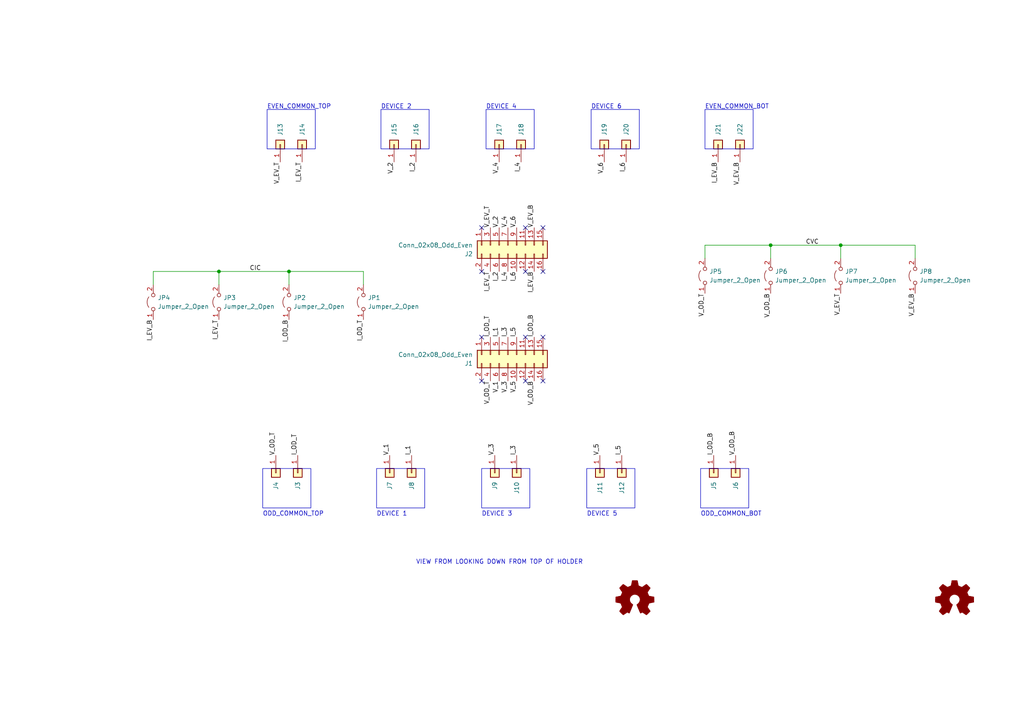
<source format=kicad_sch>
(kicad_sch (version 20230121) (generator eeschema)
  (paper "A4")
  (lib_symbols
    (symbol "Connector_Generic:Conn_01x01" (pin_names (offset 1.016) hide)
      (property "Reference" "J" (at 0 2.54 0))
      (property "Value" "Conn_01x01" (at 0 -2.54 0))
      (symbol "Conn_01x01_1_1"
        (rectangle (start -1.27 0.127) (end 0 -0.127) (stroke (width 0.1524)))
        (rectangle (start -1.27 1.27) (end 1.27 -1.27) (stroke (width 0.254)) (fill (type background)))
        (pin passive line (at -5.08 0 0) (length 3.81) (name "Pin_1") (number "1"))
      )
    )
    (symbol "Connector_Generic:Conn_02x08_Odd_Even" (pin_names (offset 1.016) hide)
      (property "Reference" "J" (at 1.27 10.16 0))
      (property "Value" "Conn_02x08_Odd_Even" (at 1.27 -12.7 0))
      (symbol "Conn_02x08_Odd_Even_1_1"
        (rectangle (start -1.27 -10.033) (end 0 -10.287) (stroke (width 0.1524)))
        (rectangle (start -1.27 -7.493) (end 0 -7.747) (stroke (width 0.1524)))
        (rectangle (start -1.27 -4.953) (end 0 -5.207) (stroke (width 0.1524)))
        (rectangle (start -1.27 -2.413) (end 0 -2.667) (stroke (width 0.1524)))
        (rectangle (start -1.27 0.127) (end 0 -0.127) (stroke (width 0.1524)))
        (rectangle (start -1.27 2.667) (end 0 2.413) (stroke (width 0.1524)))
        (rectangle (start -1.27 5.207) (end 0 4.953) (stroke (width 0.1524)))
        (rectangle (start -1.27 7.747) (end 0 7.493) (stroke (width 0.1524)))
        (rectangle (start -1.27 8.89) (end 3.81 -11.43) (stroke (width 0.254)) (fill (type background)))
        (rectangle (start 3.81 -10.033) (end 2.54 -10.287) (stroke (width 0.1524)))
        (rectangle (start 3.81 -7.493) (end 2.54 -7.747) (stroke (width 0.1524)))
        (rectangle (start 3.81 -4.953) (end 2.54 -5.207) (stroke (width 0.1524)))
        (rectangle (start 3.81 -2.413) (end 2.54 -2.667) (stroke (width 0.1524)))
        (rectangle (start 3.81 0.127) (end 2.54 -0.127) (stroke (width 0.1524)))
        (rectangle (start 3.81 2.667) (end 2.54 2.413) (stroke (width 0.1524)))
        (rectangle (start 3.81 5.207) (end 2.54 4.953) (stroke (width 0.1524)))
        (rectangle (start 3.81 7.747) (end 2.54 7.493) (stroke (width 0.1524)))
        (pin passive line (at -5.08 7.62 0) (length 3.81) (name "Pin_1") (number "1"))
        (pin passive line (at 7.62 -2.54 180) (length 3.81) (name "Pin_10") (number "10"))
        (pin passive line (at -5.08 -5.08 0) (length 3.81) (name "Pin_11") (number "11"))
        (pin passive line (at 7.62 -5.08 180) (length 3.81) (name "Pin_12") (number "12"))
        (pin passive line (at -5.08 -7.62 0) (length 3.81) (name "Pin_13") (number "13"))
        (pin passive line (at 7.62 -7.62 180) (length 3.81) (name "Pin_14") (number "14"))
        (pin passive line (at -5.08 -10.16 0) (length 3.81) (name "Pin_15") (number "15"))
        (pin passive line (at 7.62 -10.16 180) (length 3.81) (name "Pin_16") (number "16"))
        (pin passive line (at 7.62 7.62 180) (length 3.81) (name "Pin_2") (number "2"))
        (pin passive line (at -5.08 5.08 0) (length 3.81) (name "Pin_3") (number "3"))
        (pin passive line (at 7.62 5.08 180) (length 3.81) (name "Pin_4") (number "4"))
        (pin passive line (at -5.08 2.54 0) (length 3.81) (name "Pin_5") (number "5"))
        (pin passive line (at 7.62 2.54 180) (length 3.81) (name "Pin_6") (number "6"))
        (pin passive line (at -5.08 0 0) (length 3.81) (name "Pin_7") (number "7"))
        (pin passive line (at 7.62 0 180) (length 3.81) (name "Pin_8") (number "8"))
        (pin passive line (at -5.08 -2.54 0) (length 3.81) (name "Pin_9") (number "9"))
      )
    )
    (symbol "Graphic:Logo_Open_Hardware_Small" (in_bom no) (on_board no)
      (symbol "Logo_Open_Hardware_Small_0_1"
        (polyline (pts (xy 3.3528 -4.3434) (xy 3.302 -4.318) (xy 3.175 -4.2418) (xy 2.9972 -4.1148) (xy 2.7686 -3.9624) (xy 2.54 -3.81) (xy 2.3622 -3.7084) (xy 2.2352 -3.6068) (xy 2.1844 -3.5814) (xy 2.159 -3.6068) (xy 2.0574 -3.6576) (xy 1.905 -3.7338) (xy 1.8034 -3.7846) (xy 1.6764 -3.8354) (xy 1.6002 -3.8354) (xy 1.6002 -3.8354) (xy 1.5494 -3.7338) (xy 1.4732 -3.5306) (xy 1.3462 -3.302) (xy 1.2446 -3.0226) (xy 1.1176 -2.7178) (xy 0.9652 -2.413) (xy 0.8636 -2.1082) (xy 0.7366 -1.8288) (xy 0.6604 -1.6256) (xy 0.6096 -1.4732) (xy 0.5842 -1.397) (xy 0.5842 -1.397) (xy 0.6604 -1.3208) (xy 0.7874 -1.2446) (xy 1.0414 -1.016) (xy 1.2954 -0.6858) (xy 1.4478 -0.3302) (xy 1.524 0.0762) (xy 1.4732 0.4572) (xy 1.3208 0.8128) (xy 1.0668 1.143) (xy 0.762 1.3716) (xy 0.4064 1.524) (xy 0 1.5748) (xy -0.381 1.5494) (xy -0.7366 1.397) (xy -1.0668 1.143) (xy -1.2192 0.9906) (xy -1.397 0.6604) (xy -1.524 0.3048) (xy -1.524 0.2286) (xy -1.4986 -0.1778) (xy -1.397 -0.5334) (xy -1.1938 -0.8636) (xy -0.9144 -1.143) (xy -0.8636 -1.1684) (xy -0.7366 -1.27) (xy -0.635 -1.3462) (xy -0.5842 -1.397) (xy -1.0668 -2.5908) (xy -1.143 -2.794) (xy -1.2954 -3.1242) (xy -1.397 -3.4036) (xy -1.4986 -3.6322) (xy -1.5748 -3.7846) (xy -1.6002 -3.8354) (xy -1.6002 -3.8354) (xy -1.651 -3.8354) (xy -1.7272 -3.81) (xy -1.905 -3.7338) (xy -2.0066 -3.683) (xy -2.1336 -3.6068) (xy -2.2098 -3.5814) (xy -2.2606 -3.6068) (xy -2.3622 -3.683) (xy -2.54 -3.81) (xy -2.7686 -3.9624) (xy -2.9718 -4.0894) (xy -3.1496 -4.2164) (xy -3.302 -4.318) (xy -3.3528 -4.3434) (xy -3.3782 -4.3434) (xy -3.429 -4.318) (xy -3.5306 -4.2164) (xy -3.7084 -4.064) (xy -3.937 -3.8354) (xy -3.9624 -3.81) (xy -4.1656 -3.6068) (xy -4.318 -3.4544) (xy -4.4196 -3.3274) (xy -4.445 -3.2766) (xy -4.445 -3.2766) (xy -4.4196 -3.2258) (xy -4.318 -3.0734) (xy -4.2164 -2.8956) (xy -4.064 -2.667) (xy -3.6576 -2.0828) (xy -3.8862 -1.5494) (xy -3.937 -1.3716) (xy -4.0386 -1.1684) (xy -4.0894 -1.0414) (xy -4.1148 -0.9652) (xy -4.191 -0.9398) (xy -4.318 -0.9144) (xy -4.5466 -0.8636) (xy -4.8006 -0.8128) (xy -5.0546 -0.7874) (xy -5.2578 -0.7366) (xy -5.4356 -0.7112) (xy -5.5118 -0.6858) (xy -5.5118 -0.6858) (xy -5.5372 -0.635) (xy -5.5372 -0.5588) (xy -5.5372 -0.4318) (xy -5.5626 -0.2286) (xy -5.5626 0.0762) (xy -5.5626 0.127) (xy -5.5372 0.4064) (xy -5.5372 0.635) (xy -5.5372 0.762) (xy -5.5372 0.8382) (xy -5.5372 0.8382) (xy -5.461 0.8382) (xy -5.3086 0.889) (xy -5.08 0.9144) (xy -4.826 0.9652) (xy -4.8006 0.9906) (xy -4.5466 1.0414) (xy -4.318 1.0668) (xy -4.1656 1.1176) (xy -4.0894 1.143) (xy -4.0894 1.143) (xy -4.0386 1.2446) (xy -3.9624 1.4224) (xy -3.8608 1.6256) (xy -3.7846 1.8288) (xy -3.7084 2.0066) (xy -3.6576 2.159) (xy -3.6322 2.2098) (xy -3.6322 2.2098) (xy -3.683 2.286) (xy -3.7592 2.413) (xy -3.8862 2.5908) (xy -4.064 2.8194) (xy -4.064 2.8448) (xy -4.2164 3.0734) (xy -4.3434 3.2512) (xy -4.4196 3.3782) (xy -4.445 3.4544) (xy -4.445 3.4544) (xy -4.3942 3.5052) (xy -4.2926 3.6322) (xy -4.1148 3.81) (xy -3.937 4.0132) (xy -3.8608 4.064) (xy -3.6576 4.2926) (xy -3.5052 4.4196) (xy -3.4036 4.4958) (xy -3.3528 4.5212) (xy -3.3528 4.5212) (xy -3.302 4.4704) (xy -3.1496 4.3688) (xy -2.9718 4.2418) (xy -2.7432 4.0894) (xy -2.7178 4.0894) (xy -2.4892 3.937) (xy -2.3114 3.81) (xy -2.1844 3.7084) (xy -2.1336 3.683) (xy -2.1082 3.683) (xy -2.032 3.7084) (xy -1.8542 3.7592) (xy -1.6764 3.8354) (xy -1.4732 3.937) (xy -1.27 4.0132) (xy -1.143 4.064) (xy -1.0668 4.1148) (xy -1.0668 4.1148) (xy -1.0414 4.191) (xy -1.016 4.3434) (xy -0.9652 4.572) (xy -0.9144 4.8514) (xy -0.889 4.9022) (xy -0.8382 5.1562) (xy -0.8128 5.3848) (xy -0.7874 5.5372) (xy -0.762 5.588) (xy -0.7112 5.6134) (xy -0.5842 5.6134) (xy -0.4064 5.6134) (xy -0.1524 5.6134) (xy 0.0762 5.6134) (xy 0.3302 5.6134) (xy 0.5334 5.6134) (xy 0.6858 5.588) (xy 0.7366 5.588) (xy 0.7366 5.588) (xy 0.762 5.5118) (xy 0.8128 5.334) (xy 0.8382 5.1054) (xy 0.9144 4.826) (xy 0.9144 4.7752) (xy 0.9652 4.5212) (xy 1.016 4.2926) (xy 1.0414 4.1402) (xy 1.0668 4.0894) (xy 1.0668 4.0894) (xy 1.1938 4.0386) (xy 1.3716 3.9624) (xy 1.5748 3.8608) (xy 2.0828 3.6576) (xy 2.7178 4.0894) (xy 2.7686 4.1402) (xy 2.9972 4.2926) (xy 3.175 4.4196) (xy 3.302 4.4958) (xy 3.3782 4.5212) (xy 3.3782 4.5212) (xy 3.429 4.4704) (xy 3.556 4.3434) (xy 3.7338 4.191) (xy 3.9116 3.9878) (xy 4.064 3.8354) (xy 4.2418 3.6576) (xy 4.3434 3.556) (xy 4.4196 3.4798) (xy 4.4196 3.429) (xy 4.4196 3.4036) (xy 4.3942 3.3274) (xy 4.2926 3.2004) (xy 4.1656 2.9972) (xy 4.0132 2.794) (xy 3.8862 2.5908) (xy 3.7592 2.3876) (xy 3.6576 2.2352) (xy 3.6322 2.159) (xy 3.6322 2.1336) (xy 3.683 2.0066) (xy 3.7592 1.8288) (xy 3.8608 1.6002) (xy 4.064 1.1176) (xy 4.3942 1.0414) (xy 4.5974 1.016) (xy 4.8768 0.9652) (xy 5.1308 0.9144) (xy 5.5372 0.8382) (xy 5.5626 -0.6604) (xy 5.4864 -0.6858) (xy 5.4356 -0.6858) (xy 5.2832 -0.7366) (xy 5.0546 -0.762) (xy 4.8006 -0.8128) (xy 4.5974 -0.8636) (xy 4.3688 -0.9144) (xy 4.2164 -0.9398) (xy 4.1402 -0.9398) (xy 4.1148 -0.9652) (xy 4.064 -1.0668) (xy 3.9878 -1.2446) (xy 3.9116 -1.4478) (xy 3.81 -1.651) (xy 3.7338 -1.8542) (xy 3.683 -2.0066) (xy 3.6576 -2.0828) (xy 3.683 -2.1336) (xy 3.7846 -2.2606) (xy 3.8862 -2.4638) (xy 4.0386 -2.667) (xy 4.191 -2.8956) (xy 4.318 -3.0734) (xy 4.3942 -3.2004) (xy 4.445 -3.2766) (xy 4.4196 -3.3274) (xy 4.3434 -3.429) (xy 4.1656 -3.5814) (xy 3.937 -3.8354) (xy 3.8862 -3.8608) (xy 3.683 -4.064) (xy 3.5306 -4.2164) (xy 3.4036 -4.318) (xy 3.3528 -4.3434)) (fill (type outline)))
      )
    )
    (symbol "Jumper:Jumper_2_Open" (pin_names (offset 0) hide)
      (property "Reference" "JP" (at 0 2.794 0))
      (property "Value" "Jumper_2_Open" (at 0 -2.286 0))
      (symbol "Jumper_2_Open_0_0"
        (circle (center -2.032 0) (radius 0.508))
        (circle (center 2.032 0) (radius 0.508))
      )
      (symbol "Jumper_2_Open_0_1"
        (arc (start 1.524 1.27) (mid 0 1.778) (end -1.524 1.27))
      )
      (symbol "Jumper_2_Open_1_1"
        (pin passive line (at -5.08 0 0) (length 2.54) (name "A") (number "1"))
        (pin passive line (at 5.08 0 180) (length 2.54) (name "B") (number "2"))
      )
    )
  )
  (junction (at 63.5 78.74))
  (junction (at 83.82 78.74))
  (junction (at 223.52 71.12))
  (junction (at 243.84 71.12))
  (no_connect (at 157.48 110.49))
  (no_connect (at 139.7 110.49))
  (no_connect (at 139.7 66.04))
  (no_connect (at 152.4 78.74))
  (no_connect (at 139.7 78.74))
  (no_connect (at 157.48 97.79))
  (no_connect (at 157.48 66.04))
  (no_connect (at 152.4 66.04))
  (no_connect (at 152.4 110.49))
  (no_connect (at 157.48 78.74))
  (no_connect (at 139.7 97.79))
  (no_connect (at 152.4 97.79))
  (wire (pts (xy 44.45 78.74) (xy 63.5 78.74)))
  (wire (pts (xy 204.47 74.93) (xy 204.47 71.12)))
  (wire (pts (xy 63.5 78.74) (xy 83.82 78.74)))
  (wire (pts (xy 63.5 82.55) (xy 63.5 78.74)))
  (wire (pts (xy 83.82 78.74) (xy 83.82 82.55)))
  (wire (pts (xy 265.43 74.93) (xy 265.43 71.12)))
  (wire (pts (xy 223.52 74.93) (xy 223.52 71.12)))
  (wire (pts (xy 44.45 82.55) (xy 44.45 78.74)))
  (wire (pts (xy 265.43 71.12) (xy 243.84 71.12)))
  (wire (pts (xy 105.41 82.55) (xy 105.41 78.74)))
  (wire (pts (xy 204.47 71.12) (xy 223.52 71.12)))
  (wire (pts (xy 223.52 71.12) (xy 243.84 71.12)))
  (wire (pts (xy 105.41 78.74) (xy 83.82 78.74)))
  (wire (pts (xy 243.84 71.12) (xy 243.84 74.93)))
  (rectangle (start 124.46 31.75) (end 110.49 43.18))
  (rectangle (start 76.2 135.89) (end 90.17 147.32))
  (rectangle (start 203.2 135.89) (end 217.17 147.32))
  (rectangle (start 218.44 31.75) (end 204.47 43.18))
  (rectangle (start 154.94 31.75) (end 140.97 43.18))
  (rectangle (start 109.22 135.89) (end 123.19 147.32))
  (rectangle (start 139.7 135.89) (end 153.67 147.32))
  (rectangle (start 185.42 31.75) (end 171.45 43.18))
  (rectangle (start 91.44 31.75) (end 77.47 43.18))
  (rectangle (start 170.18 135.89) (end 184.15 147.32))
  (text "ODD_COMMON_TOP" (at 76.2 149.86 0) (effects (font (size 1.27 1.27)) (justify left bottom)))
  (text "EVEN_COMMON_BOT" (at 204.47 31.75 0) (effects (font (size 1.27 1.27)) (justify left bottom)))
  (text "DEVICE 6" (at 171.45 31.75 0) (effects (font (size 1.27 1.27)) (justify left bottom)))
  (text "DEVICE 4" (at 140.97 31.75 0) (effects (font (size 1.27 1.27)) (justify left bottom)))
  (text "ODD_COMMON_BOT" (at 203.2 149.86 0) (effects (font (size 1.27 1.27)) (justify left bottom)))
  (text "VIEW FROM LOOKING DOWN FROM TOP OF HOLDER" (at 120.65 163.83 0) (effects (font (size 1.27 1.27)) (justify left bottom)))
  (text "DEVICE 3" (at 139.7 149.86 0) (effects (font (size 1.27 1.27)) (justify left bottom)))
  (text "DEVICE 5" (at 170.18 149.86 0) (effects (font (size 1.27 1.27)) (justify left bottom)))
  (text "DEVICE 2" (at 110.49 31.75 0) (effects (font (size 1.27 1.27)) (justify left bottom)))
  (text "EVEN_COMMON_TOP" (at 77.47 31.75 0) (effects (font (size 1.27 1.27)) (justify left bottom)))
  (text "DEVICE 1" (at 109.22 149.86 0) (effects (font (size 1.27 1.27)) (justify left bottom)))
  (label "I_EV_T" (at 142.24 78.74 270))
  (label "V_4" (at 144.78 46.99 270))
  (label "V_EV_B" (at 214.63 46.99 270))
  (label "V_1" (at 113.03 132.08 90))
  (label "V_OD_T" (at 204.47 85.09 270))
  (label "V_6" (at 175.26 46.99 270))
  (label "V_3" (at 143.51 132.08 90))
  (label "I_EV_B" (at 208.28 46.99 270))
  (label "V_EV_B" (at 154.94 66.04 90))
  (label "I_6" (at 181.61 46.99 270))
  (label "V_OD_T" (at 142.24 110.49 270))
  (label "I_EV_T" (at 87.63 46.99 270))
  (label "V_OD_B" (at 223.52 85.09 270))
  (label "I_EV_T" (at 63.5 92.71 270))
  (label "I_OD_T" (at 86.36 132.08 90))
  (label "V_OD_B" (at 213.36 132.08 90))
  (label "V_1" (at 144.78 110.49 270))
  (label "V_4" (at 147.32 66.04 90))
  (label "V_2" (at 114.3 46.99 270))
  (label "I_3" (at 147.32 97.79 90))
  (label "I_OD_B" (at 154.94 97.79 90))
  (label "I_1" (at 119.38 132.08 90))
  (label "V_6" (at 149.86 66.04 90))
  (label "V_OD_T" (at 80.01 132.08 90))
  (label "I_5" (at 149.86 97.79 90))
  (label "V_EV_T" (at 243.84 85.09 270))
  (label "V_3" (at 147.32 110.49 270))
  (label "V_5" (at 149.86 110.49 270))
  (label "CIC" (at 72.39 78.74 0))
  (label "I_2" (at 144.78 78.74 270))
  (label "V_5" (at 173.99 132.08 90))
  (label "I_3" (at 149.86 132.08 90))
  (label "I_4" (at 147.32 78.74 270))
  (label "CVC" (at 233.68 71.12 0))
  (label "V_2" (at 144.78 66.04 90))
  (label "I_OD_B" (at 207.01 132.08 90))
  (label "I_OD_B" (at 83.82 92.71 270))
  (label "V_EV_B" (at 265.43 85.09 270))
  (label "I_1" (at 144.78 97.79 90))
  (label "I_OD_T" (at 105.41 92.71 270))
  (label "V_EV_T" (at 142.24 66.04 90))
  (label "I_4" (at 151.13 46.99 270))
  (label "I_OD_T" (at 142.24 97.79 90))
  (label "I_EV_B" (at 154.94 78.74 270))
  (label "V_EV_T" (at 81.28 46.99 270))
  (label "I_5" (at 180.34 132.08 90))
  (label "I_EV_B" (at 44.45 92.71 270))
  (label "V_OD_B" (at 154.94 110.49 270))
  (label "I_2" (at 120.65 46.99 270))
  (label "I_6" (at 149.86 78.74 270))
  (symbol (lib_id "Jumper:Jumper_2_Open") (at 204.47 80.01 90) (unit 1)
    (property "Reference" "JP5" (at 205.74 78.74 90) (effects (justify right)))
    (property "Value" "Jumper_2_Open" (at 205.74 81.28 90) (effects (justify right)))
    (property "Footprint" "Jumper:SolderJumper-2_P1.3mm_Open_TrianglePad1.0x1.5mm" (effects hide))
  )
  (symbol (lib_id "Connector_Generic:Conn_01x01") (at 144.78 41.91 270) (mirror x) (unit 1)
    (property "Reference" "J17" (at 144.78 39.37 0) (effects (justify left)))
    (property "Value" "Conn_01x01" (effects hide))
    (property "Footprint" "custom_footprints:S25-022+P25-4023_OFF" (effects hide))
  )
  (symbol (lib_id "Jumper:Jumper_2_Open") (at 63.5 87.63 90) (unit 1)
    (property "Reference" "JP3" (at 64.77 86.36 90) (effects (justify right)))
    (property "Value" "Jumper_2_Open" (at 64.77 88.9 90) (effects (justify right)))
    (property "Footprint" "Jumper:SolderJumper-2_P1.3mm_Open_TrianglePad1.0x1.5mm" (effects hide))
  )
  (symbol (lib_id "Jumper:Jumper_2_Open") (at 105.41 87.63 90) (unit 1)
    (property "Reference" "JP1" (at 106.68 86.36 90) (effects (justify right)))
    (property "Value" "Jumper_2_Open" (at 106.68 88.9 90) (effects (justify right)))
    (property "Footprint" "Jumper:SolderJumper-2_P1.3mm_Open_TrianglePad1.0x1.5mm" (effects hide))
  )
  (symbol (lib_id "Connector_Generic:Conn_01x01") (at 149.86 137.16 270) (unit 1)
    (property "Reference" "J10" (at 149.86 139.7 0) (effects (justify left)))
    (property "Value" "Conn_01x01" (effects hide))
    (property "Footprint" "custom_footprints:S25-022+P25-4023_OFF" (effects hide))
  )
  (symbol (lib_id "Connector_Generic:Conn_01x01") (at 207.01 137.16 270) (unit 1)
    (property "Reference" "J5" (at 207.01 139.7 0) (effects (justify left)))
    (property "Value" "Conn_01x01" (effects hide))
    (property "Footprint" "custom_footprints:S25-022+P25-4023_OFF" (effects hide))
  )
  (symbol (lib_id "Connector_Generic:Conn_02x08_Odd_Even") (at 147.32 71.12 90) (mirror x) (unit 1)
    (property "Reference" "J2" (at 137.16 73.66 90) (effects (justify left)))
    (property "Value" "Conn_02x08_Odd_Even" (at 137.16 71.12 90) (effects (justify left)))
    (property "Footprint" "custom_footprints:HIF3FC-16PA-2.54DSA(71)" (effects hide))
    (property "partno_header" "HIF3FC -16PA-2.54DSA(71)" (effects hide))
    (property "partno_receptical" "HIF3FB-16DA-2.54DSA(71)" (effects hide))
  )
  (symbol (lib_id "Connector_Generic:Conn_01x01") (at 208.28 41.91 270) (mirror x) (unit 1)
    (property "Reference" "J21" (at 208.28 39.37 0) (effects (justify left)))
    (property "Value" "Conn_01x01" (effects hide))
    (property "Footprint" "custom_footprints:S25-022+P25-4023_OFF" (effects hide))
  )
  (symbol (lib_id "Connector_Generic:Conn_01x01") (at 120.65 41.91 270) (mirror x) (unit 1)
    (property "Reference" "J16" (at 120.65 39.37 0) (effects (justify left)))
    (property "Value" "Conn_01x01" (effects hide))
    (property "Footprint" "custom_footprints:S25-022+P25-4023_OFF" (effects hide))
  )
  (symbol (lib_id "Connector_Generic:Conn_01x01") (at 113.03 137.16 270) (unit 1)
    (property "Reference" "J7" (at 113.03 139.7 0) (effects (justify left)))
    (property "Value" "Conn_01x01" (effects hide))
    (property "Footprint" "custom_footprints:S25-022+P25-4023_OFF" (effects hide))
  )
  (symbol (lib_id "Connector_Generic:Conn_01x01") (at 181.61 41.91 270) (mirror x) (unit 1)
    (property "Reference" "J20" (at 181.61 39.37 0) (effects (justify left)))
    (property "Value" "Conn_01x01" (effects hide))
    (property "Footprint" "custom_footprints:S25-022+P25-4023_OFF" (effects hide))
  )
  (symbol (lib_id "Jumper:Jumper_2_Open") (at 243.84 80.01 90) (unit 1)
    (property "Reference" "JP7" (at 245.11 78.74 90) (effects (justify right)))
    (property "Value" "Jumper_2_Open" (at 245.11 81.28 90) (effects (justify right)))
    (property "Footprint" "Jumper:SolderJumper-2_P1.3mm_Open_TrianglePad1.0x1.5mm" (effects hide))
  )
  (symbol (lib_id "Jumper:Jumper_2_Open") (at 265.43 80.01 90) (unit 1)
    (property "Reference" "JP8" (at 266.7 78.74 90) (effects (justify right)))
    (property "Value" "Jumper_2_Open" (at 266.7 81.28 90) (effects (justify right)))
    (property "Footprint" "Jumper:SolderJumper-2_P1.3mm_Open_TrianglePad1.0x1.5mm" (effects hide))
  )
  (symbol (lib_id "Graphic:Logo_Open_Hardware_Small") (at 184.15 173.99 0) (unit 1) (in_bom no)
    (property "Reference" "SYM1" (effects hide))
    (property "Value" "Logo_Open_Hardware_Small" (effects hide))
    (property "Footprint" "custom_footprints:logo_small" (effects hide))
    (property "Sim.Enable" "0" (effects hide))
  )
  (symbol (lib_id "Graphic:Logo_Open_Hardware_Small") (at 276.86 173.99 0) (unit 1) (in_bom no)
    (property "Reference" "SYM2" (effects hide))
    (property "Value" "Logo_Open_Hardware_Small" (effects hide))
    (property "Footprint" "custom_footprints:logo_small" (effects hide))
    (property "Sim.Enable" "0" (effects hide))
  )
  (symbol (lib_id "Connector_Generic:Conn_01x01") (at 114.3 41.91 270) (mirror x) (unit 1)
    (property "Reference" "J15" (at 114.3 39.37 0) (effects (justify left)))
    (property "Value" "Conn_01x01" (effects hide))
    (property "Footprint" "custom_footprints:S25-022+P25-4023_OFF" (effects hide))
  )
  (symbol (lib_id "Connector_Generic:Conn_01x01") (at 143.51 137.16 270) (unit 1)
    (property "Reference" "J9" (at 143.51 139.7 0) (effects (justify left)))
    (property "Value" "Conn_01x01" (effects hide))
    (property "Footprint" "custom_footprints:S25-022+P25-4023_OFF" (effects hide))
  )
  (symbol (lib_id "Jumper:Jumper_2_Open") (at 223.52 80.01 90) (unit 1)
    (property "Reference" "JP6" (at 224.79 78.74 90) (effects (justify right)))
    (property "Value" "Jumper_2_Open" (at 224.79 81.28 90) (effects (justify right)))
    (property "Footprint" "Jumper:SolderJumper-2_P1.3mm_Open_TrianglePad1.0x1.5mm" (effects hide))
  )
  (symbol (lib_id "Connector_Generic:Conn_02x08_Odd_Even") (at 147.32 102.87 90) (mirror x) (unit 1)
    (property "Reference" "J1" (at 137.16 105.41 90) (effects (justify left)))
    (property "Value" "Conn_02x08_Odd_Even" (at 137.16 102.87 90) (effects (justify left)))
    (property "Footprint" "custom_footprints:HIF3FC-16PA-2.54DSA(71)" (effects hide))
    (property "partno_receptical" "HIF3FB-16DA-2.54DSA(71)" (effects hide))
    (property "partno_header" "HIF3FC -16PA-2.54DSA(71)" (effects hide))
  )
  (symbol (lib_id "Connector_Generic:Conn_01x01") (at 86.36 137.16 270) (unit 1)
    (property "Reference" "J3" (at 86.36 139.7 0) (effects (justify left)))
    (property "Value" "Conn_01x01" (effects hide))
    (property "Footprint" "custom_footprints:S25-022+P25-4023_OFF" (effects hide))
  )
  (symbol (lib_id "Connector_Generic:Conn_01x01") (at 173.99 137.16 270) (unit 1)
    (property "Reference" "J11" (at 173.99 139.7 0) (effects (justify left)))
    (property "Value" "Conn_01x01" (effects hide))
    (property "Footprint" "custom_footprints:S25-022+P25-4023_OFF" (effects hide))
  )
  (symbol (lib_id "Connector_Generic:Conn_01x01") (at 81.28 41.91 270) (mirror x) (unit 1)
    (property "Reference" "J13" (at 81.28 39.37 0) (effects (justify left)))
    (property "Value" "Conn_01x01" (effects hide))
    (property "Footprint" "custom_footprints:S25-022+P25-4023_OFF" (effects hide))
  )
  (symbol (lib_id "Connector_Generic:Conn_01x01") (at 175.26 41.91 270) (mirror x) (unit 1)
    (property "Reference" "J19" (at 175.26 39.37 0) (effects (justify left)))
    (property "Value" "Conn_01x01" (effects hide))
    (property "Footprint" "custom_footprints:S25-022+P25-4023_OFF" (effects hide))
  )
  (symbol (lib_id "Connector_Generic:Conn_01x01") (at 87.63 41.91 270) (mirror x) (unit 1)
    (property "Reference" "J14" (at 87.63 39.37 0) (effects (justify left)))
    (property "Value" "Conn_01x01" (effects hide))
    (property "Footprint" "custom_footprints:S25-022+P25-4023_OFF" (effects hide))
  )
  (symbol (lib_id "Connector_Generic:Conn_01x01") (at 213.36 137.16 270) (unit 1)
    (property "Reference" "J6" (at 213.36 139.7 0) (effects (justify left)))
    (property "Value" "Conn_01x01" (effects hide))
    (property "Footprint" "custom_footprints:S25-022+P25-4023_OFF" (effects hide))
  )
  (symbol (lib_id "Connector_Generic:Conn_01x01") (at 180.34 137.16 270) (unit 1)
    (property "Reference" "J12" (at 180.34 139.7 0) (effects (justify left)))
    (property "Value" "Conn_01x01" (effects hide))
    (property "Footprint" "custom_footprints:S25-022+P25-4023_OFF" (effects hide))
  )
  (symbol (lib_id "Connector_Generic:Conn_01x01") (at 80.01 137.16 270) (unit 1)
    (property "Reference" "J4" (at 80.01 139.7 0) (effects (justify left)))
    (property "Value" "Conn_01x01" (effects hide))
    (property "Footprint" "custom_footprints:S25-022+P25-4023_OFF" (effects hide))
  )
  (symbol (lib_id "Jumper:Jumper_2_Open") (at 44.45 87.63 90) (unit 1)
    (property "Reference" "JP4" (at 45.72 86.36 90) (effects (justify right)))
    (property "Value" "Jumper_2_Open" (at 45.72 88.9 90) (effects (justify right)))
    (property "Footprint" "Jumper:SolderJumper-2_P1.3mm_Open_TrianglePad1.0x1.5mm" (effects hide))
  )
  (symbol (lib_id "Connector_Generic:Conn_01x01") (at 151.13 41.91 270) (mirror x) (unit 1)
    (property "Reference" "J18" (at 151.13 39.37 0) (effects (justify left)))
    (property "Value" "Conn_01x01" (effects hide))
    (property "Footprint" "custom_footprints:S25-022+P25-4023_OFF" (effects hide))
  )
  (symbol (lib_id "Connector_Generic:Conn_01x01") (at 214.63 41.91 270) (mirror x) (unit 1)
    (property "Reference" "J22" (at 214.63 39.37 0) (effects (justify left)))
    (property "Value" "Conn_01x01" (effects hide))
    (property "Footprint" "custom_footprints:S25-022+P25-4023_OFF" (effects hide))
  )
  (symbol (lib_id "Jumper:Jumper_2_Open") (at 83.82 87.63 90) (unit 1)
    (property "Reference" "JP2" (at 85.09 86.36 90) (effects (justify right)))
    (property "Value" "Jumper_2_Open" (at 85.09 88.9 90) (effects (justify right)))
    (property "Footprint" "Jumper:SolderJumper-2_P1.3mm_Open_TrianglePad1.0x1.5mm" (effects hide))
  )
  (symbol (lib_id "Connector_Generic:Conn_01x01") (at 119.38 137.16 270) (unit 1)
    (property "Reference" "J8" (at 119.38 139.7 0) (effects (justify left)))
    (property "Value" "Conn_01x01" (effects hide))
    (property "Footprint" "custom_footprints:S25-022+P25-4023_OFF" (effects hide))
  )
)
</source>
